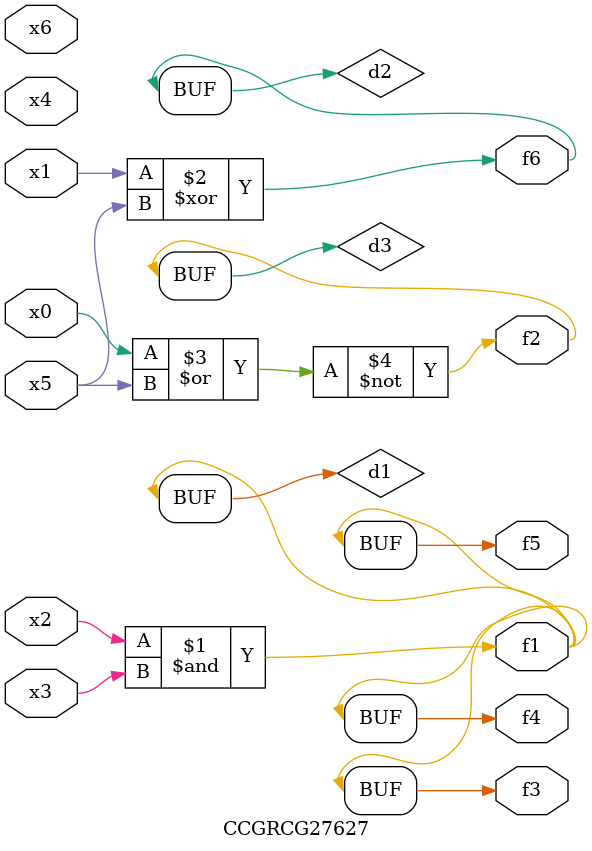
<source format=v>
module CCGRCG27627(
	input x0, x1, x2, x3, x4, x5, x6,
	output f1, f2, f3, f4, f5, f6
);

	wire d1, d2, d3;

	and (d1, x2, x3);
	xor (d2, x1, x5);
	nor (d3, x0, x5);
	assign f1 = d1;
	assign f2 = d3;
	assign f3 = d1;
	assign f4 = d1;
	assign f5 = d1;
	assign f6 = d2;
endmodule

</source>
